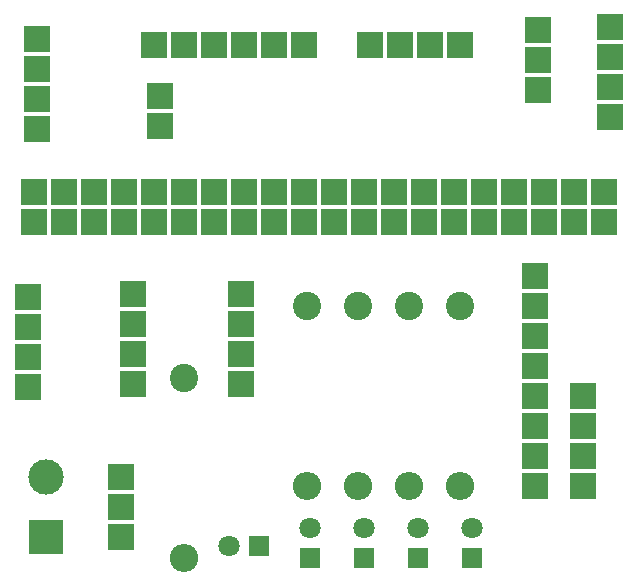
<source format=gbr>
G04 #@! TF.GenerationSoftware,KiCad,Pcbnew,(5.1.2)-2*
G04 #@! TF.CreationDate,2020-05-16T00:08:30+07:00*
G04 #@! TF.ProjectId,noname,6e6f6e61-6d65-42e6-9b69-6361645f7063,rev?*
G04 #@! TF.SameCoordinates,Original*
G04 #@! TF.FileFunction,Soldermask,Bot*
G04 #@! TF.FilePolarity,Negative*
%FSLAX46Y46*%
G04 Gerber Fmt 4.6, Leading zero omitted, Abs format (unit mm)*
G04 Created by KiCad (PCBNEW (5.1.2)-2) date 2020-05-16 00:08:30*
%MOMM*%
%LPD*%
G04 APERTURE LIST*
%ADD10R,1.800000X1.800000*%
%ADD11C,1.800000*%
%ADD12R,2.200000X2.200000*%
%ADD13R,3.000000X3.000000*%
%ADD14C,3.000000*%
%ADD15C,2.400000*%
%ADD16O,2.400000X2.400000*%
G04 APERTURE END LIST*
D10*
X139446000Y-108966000D03*
D11*
X139446000Y-106426000D03*
D10*
X144018000Y-108966000D03*
D11*
X144018000Y-106426000D03*
X148590000Y-106426000D03*
D10*
X148590000Y-108966000D03*
X153162000Y-108966000D03*
D11*
X153162000Y-106426000D03*
X132588000Y-107950000D03*
D10*
X135128000Y-107950000D03*
D12*
X123444000Y-102108000D03*
X123444000Y-104648000D03*
X123444000Y-107188000D03*
X126746000Y-72390000D03*
X126746000Y-69850000D03*
X115570000Y-86868000D03*
X115570000Y-89408000D03*
X115570000Y-91948000D03*
X115570000Y-94488000D03*
X124460000Y-86614000D03*
X124460000Y-89154000D03*
X124460000Y-91694000D03*
X124460000Y-94234000D03*
X133604000Y-94234000D03*
X133604000Y-91694000D03*
X133604000Y-89154000D03*
X133604000Y-86614000D03*
X116332000Y-65024000D03*
X116332000Y-67564000D03*
X116332000Y-70104000D03*
X116332000Y-72644000D03*
X138938000Y-65532000D03*
X136398000Y-65532000D03*
X133858000Y-65532000D03*
X131318000Y-65532000D03*
X128778000Y-65532000D03*
X126238000Y-65532000D03*
X164338000Y-77978000D03*
X164338000Y-80518000D03*
X161798000Y-77978000D03*
X161798000Y-80518000D03*
X159258000Y-77978000D03*
X159258000Y-80518000D03*
X156718000Y-77978000D03*
X156718000Y-80518000D03*
X154178000Y-77978000D03*
X154178000Y-80518000D03*
X151638000Y-77978000D03*
X151638000Y-80518000D03*
X149098000Y-77978000D03*
X149098000Y-80518000D03*
X146558000Y-77978000D03*
X146558000Y-80518000D03*
X144018000Y-77978000D03*
X144018000Y-80518000D03*
X141478000Y-77978000D03*
X141478000Y-80518000D03*
X138938000Y-77978000D03*
X138938000Y-80518000D03*
X136398000Y-77978000D03*
X136398000Y-80518000D03*
X133858000Y-77978000D03*
X133858000Y-80518000D03*
X131318000Y-77978000D03*
X131318000Y-80518000D03*
X128778000Y-77978000D03*
X128778000Y-80518000D03*
X126238000Y-77978000D03*
X126238000Y-80518000D03*
X123698000Y-77978000D03*
X123698000Y-80518000D03*
X121158000Y-77978000D03*
X121158000Y-80518000D03*
X118618000Y-77978000D03*
X118618000Y-80518000D03*
X116078000Y-77978000D03*
X116078000Y-80518000D03*
X158750000Y-69342000D03*
X158750000Y-66802000D03*
X158750000Y-64262000D03*
X144526000Y-65532000D03*
X147066000Y-65532000D03*
X149606000Y-65532000D03*
X152146000Y-65532000D03*
X164846000Y-71628000D03*
X164846000Y-69088000D03*
X164846000Y-66548000D03*
X164846000Y-64008000D03*
X162560000Y-102870000D03*
X162560000Y-100330000D03*
X162560000Y-97790000D03*
X162560000Y-95250000D03*
X158496000Y-85090000D03*
X158496000Y-87630000D03*
X158496000Y-90170000D03*
X158496000Y-92710000D03*
X158496000Y-95250000D03*
X158496000Y-97790000D03*
X158496000Y-100330000D03*
X158496000Y-102870000D03*
D13*
X117094000Y-107188000D03*
D14*
X117094000Y-102108000D03*
D15*
X139192000Y-87630000D03*
D16*
X139192000Y-102870000D03*
X143510000Y-102870000D03*
D15*
X143510000Y-87630000D03*
X147828000Y-87630000D03*
D16*
X147828000Y-102870000D03*
X152146000Y-102870000D03*
D15*
X152146000Y-87630000D03*
X128778000Y-93726000D03*
D16*
X128778000Y-108966000D03*
M02*

</source>
